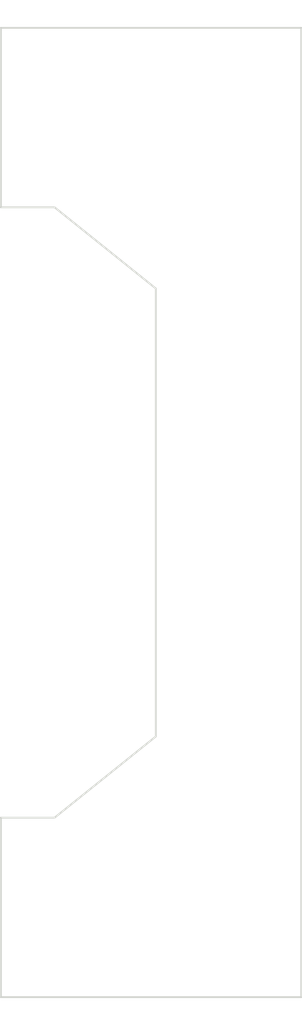
<source format=kicad_pcb>
(kicad_pcb (version 20171130) (host pcbnew "(5.1.10)-1")

  (general
    (thickness 2)
    (drawings 102)
    (tracks 0)
    (zones 0)
    (modules 2)
    (nets 1)
  )

  (page A4)
  (layers
    (0 F.Cu signal)
    (31 B.Cu signal)
    (32 B.Adhes user hide)
    (33 F.Adhes user hide)
    (34 B.Paste user hide)
    (35 F.Paste user hide)
    (36 B.SilkS user hide)
    (37 F.SilkS user hide)
    (38 B.Mask user hide)
    (39 F.Mask user hide)
    (40 Dwgs.User user hide)
    (41 Cmts.User user hide)
    (42 Eco1.User user hide)
    (43 Eco2.User user hide)
    (44 Edge.Cuts user)
    (45 Margin user)
    (46 B.CrtYd user hide)
    (47 F.CrtYd user hide)
    (48 B.Fab user hide)
    (49 F.Fab user hide)
  )

  (setup
    (last_trace_width 0.25)
    (user_trace_width 0.25)
    (user_trace_width 0.5)
    (trace_clearance 0.15)
    (zone_clearance 0.508)
    (zone_45_only no)
    (trace_min 0.1524)
    (via_size 0.8)
    (via_drill 0.35)
    (via_min_size 0.35)
    (via_min_drill 0.15)
    (uvia_size 0.25)
    (uvia_drill 0.1)
    (uvias_allowed no)
    (uvia_min_size 0.2)
    (uvia_min_drill 0.1)
    (edge_width 0.25)
    (segment_width 0.1)
    (pcb_text_width 0.2)
    (pcb_text_size 1 1)
    (mod_edge_width 0.15)
    (mod_text_size 0.5 0.5)
    (mod_text_width 0.1)
    (pad_size 1.524 1.524)
    (pad_drill 0.762)
    (pad_to_mask_clearance 0)
    (aux_axis_origin 0 0)
    (visible_elements 7FFFFFFF)
    (pcbplotparams
      (layerselection 0x010fc_ffffffff)
      (usegerberextensions false)
      (usegerberattributes true)
      (usegerberadvancedattributes true)
      (creategerberjobfile true)
      (excludeedgelayer true)
      (linewidth 0.100000)
      (plotframeref false)
      (viasonmask false)
      (mode 1)
      (useauxorigin false)
      (hpglpennumber 1)
      (hpglpenspeed 20)
      (hpglpendiameter 15.000000)
      (psnegative false)
      (psa4output false)
      (plotreference true)
      (plotvalue false)
      (plotinvisibletext false)
      (padsonsilk false)
      (subtractmaskfromsilk false)
      (outputformat 1)
      (mirror false)
      (drillshape 0)
      (scaleselection 1)
      (outputdirectory "Gerbers/"))
  )

  (net 0 "")

  (net_class Default "This is the default net class."
    (clearance 0.15)
    (trace_width 0.25)
    (via_dia 0.8)
    (via_drill 0.35)
    (uvia_dia 0.25)
    (uvia_drill 0.1)
  )

  (net_class Power ""
    (clearance 0.15)
    (trace_width 0.5)
    (via_dia 0.8)
    (via_drill 0.35)
    (uvia_dia 0.25)
    (uvia_drill 0.1)
  )

  (module MountingHole:MountingHole_3.5mm (layer F.Cu) (tedit 56D1B4CB) (tstamp 61C52692)
    (at 116.34 120.31)
    (descr "Mounting Hole 3.5mm, no annular")
    (tags "mounting hole 3.5mm no annular")
    (path /61CF49E0)
    (attr virtual)
    (fp_text reference H24 (at 0 -4.5) (layer F.SilkS) hide
      (effects (font (size 1 1) (thickness 0.15)))
    )
    (fp_text value MountingHole (at 0 4.5) (layer F.Fab)
      (effects (font (size 1 1) (thickness 0.15)))
    )
    (fp_circle (center 0 0) (end 3.75 0) (layer F.CrtYd) (width 0.05))
    (fp_circle (center 0 0) (end 3.5 0) (layer Cmts.User) (width 0.15))
    (fp_text user %R (at 0.3 0) (layer F.Fab)
      (effects (font (size 1 1) (thickness 0.15)))
    )
    (pad 1 np_thru_hole circle (at 0 0) (size 3.5 3.5) (drill 3.5) (layers *.Cu *.Mask))
  )

  (module MountingHole:MountingHole_3.5mm (layer F.Cu) (tedit 56D1B4CB) (tstamp 61C5266A)
    (at 116.33 99.32)
    (descr "Mounting Hole 3.5mm, no annular")
    (tags "mounting hole 3.5mm no annular")
    (path /61CF465D)
    (attr virtual)
    (fp_text reference H19 (at 0 -4.5) (layer F.SilkS) hide
      (effects (font (size 1 1) (thickness 0.15)))
    )
    (fp_text value MountingHole (at 0 4.5) (layer F.Fab)
      (effects (font (size 1 1) (thickness 0.15)))
    )
    (fp_circle (center 0 0) (end 3.75 0) (layer F.CrtYd) (width 0.05))
    (fp_circle (center 0 0) (end 3.5 0) (layer Cmts.User) (width 0.15))
    (fp_text user %R (at 0.3 0) (layer F.Fab)
      (effects (font (size 1 1) (thickness 0.15)))
    )
    (pad 1 np_thru_hole circle (at 0 0) (size 3.5 3.5) (drill 3.5) (layers *.Cu *.Mask))
  )

  (gr_line (start 111.953662 101.32) (end 111.953662 96.32) (layer Edge.Cuts) (width 0.05))
  (gr_line (start 111.953661 118.319997) (end 113.453661 118.319997) (layer Edge.Cuts) (width 0.05))
  (gr_line (start 116.278272 116.06031) (end 116.278272 103.579686) (layer Edge.Cuts) (width 0.05))
  (gr_line (start 116.278272 103.579686) (end 113.453662 101.32) (layer Edge.Cuts) (width 0.05))
  (gr_line (start 113.453662 101.32) (end 111.953662 101.32) (layer Edge.Cuts) (width 0.05))
  (gr_line (start 113.453661 118.319997) (end 116.278272 116.06031) (layer Edge.Cuts) (width 0.05))
  (gr_line (start 111.953662 96.32) (end 120.339999 96.32) (layer Edge.Cuts) (width 0.05))
  (gr_line (start 111.953661 123.319997) (end 111.953661 118.319997) (layer Edge.Cuts) (width 0.05))
  (gr_line (start 120.339999 123.319997) (end 111.953661 123.319997) (layer Edge.Cuts) (width 0.05))
  (gr_line (start 120.339999 96.32) (end 120.339999 123.319997) (layer Edge.Cuts) (width 0.05))
  (gr_line (start 139.449644 115.637152) (end 138.50624 115.637153) (layer Dwgs.User) (width 0.05))
  (gr_line (start 125.94964 115.637151) (end 125.006243 115.63715) (layer Dwgs.User) (width 0.05))
  (gr_line (start 109.21794 101.316781) (end 109.217939 118.316775) (layer Dwgs.User) (width 0.05))
  (gr_circle (center 125.477938 101.937152) (end 123.227943 101.937155) (layer Dwgs.User) (width 0.05))
  (gr_line (start 138.506243 120.037154) (end 139.449638 120.037152) (layer Dwgs.User) (width 0.05))
  (gr_arc (start 138.977941 101.937154) (end 139.449646 104.137152) (angle -155.7970159) (layer Dwgs.User) (width 0.05))
  (gr_line (start 111.441607 101.316778) (end 109.21794 101.316781) (layer Dwgs.User) (width 0.05))
  (gr_line (start 104.730003 176.160003) (end 69.73 176.159999) (layer Dwgs.User) (width 0.05))
  (gr_line (start 41.730001 110.16) (end 79.730002 110.160004) (layer Dwgs.User) (width 0.05))
  (gr_line (start 111.441603 118.316775) (end 111.4416 123.816776) (layer Dwgs.User) (width 0.05))
  (gr_line (start 69.73 176.159999) (end 51.729999 158.160002) (layer Dwgs.User) (width 0.05))
  (gr_line (start 51.729999 158.160002) (end 41.729995 158.16) (layer Dwgs.User) (width 0.05))
  (gr_line (start 139.449641 99.737155) (end 138.506238 99.737151) (layer Dwgs.User) (width 0.05))
  (gr_line (start 138.506244 104.137151) (end 139.449646 104.137152) (layer Dwgs.User) (width 0.05))
  (gr_arc (start 125.477942 117.837153) (end 125.006243 115.63715) (angle -155.7970159) (layer Dwgs.User) (width 0.05))
  (gr_line (start 79.730002 110.160004) (end 94.163757 85.159995) (layer Dwgs.User) (width 0.05))
  (gr_arc (start 138.977943 117.83715) (end 138.50624 115.637153) (angle -155.7970159) (layer Dwgs.User) (width 0.05))
  (gr_line (start 41.729995 158.16) (end 41.730001 110.16) (layer Dwgs.User) (width 0.05))
  (gr_arc (start 138.977941 101.937154) (end 138.506238 99.737151) (angle -155.7970159) (layer Dwgs.User) (width 0.05))
  (gr_line (start 109.217939 118.316775) (end 111.441603 118.316775) (layer Dwgs.User) (width 0.05))
  (gr_arc (start 138.977943 117.83715) (end 139.449638 120.037152) (angle -155.7970159) (layer Dwgs.User) (width 0.05))
  (gr_line (start 111.441607 85.159995) (end 111.441607 101.316778) (layer Dwgs.User) (width 0.05))
  (gr_line (start 94.163757 85.159995) (end 111.441607 85.159995) (layer Dwgs.User) (width 0.05))
  (gr_circle (center 125.477938 101.937152) (end 123.227943 101.937155) (layer Dwgs.User) (width 0.05))
  (gr_arc (start 125.477942 117.837153) (end 125.949641 120.037152) (angle -155.7970159) (layer Dwgs.User) (width 0.05))
  (gr_arc (start 138.977941 101.937154) (end 139.449646 104.137152) (angle -155.7970159) (layer Dwgs.User) (width 0.05))
  (gr_circle (center 74.73 118.159999) (end 72.979998 118.160001) (layer Dwgs.User) (width 0.05))
  (gr_line (start 159.729998 58.160001) (end 159.730001 178.159997) (layer Dwgs.User) (width 0.05))
  (gr_circle (center 99.729998 168.159999) (end 97.980001 168.159998) (layer Dwgs.User) (width 0.05))
  (gr_arc (start 125.477942 117.837153) (end 125.006243 115.63715) (angle -155.7970159) (layer Dwgs.User) (width 0.05))
  (gr_line (start 159.730001 178.159997) (end 39.73 178.160001) (layer Dwgs.User) (width 0.05))
  (gr_arc (start 138.977943 117.83715) (end 139.449638 120.037152) (angle -155.7970159) (layer Dwgs.User) (width 0.05))
  (gr_line (start 139.449644 115.637152) (end 138.50624 115.637153) (layer Dwgs.User) (width 0.05))
  (gr_line (start 127.125894 153.764106) (end 104.730003 176.160003) (layer Dwgs.User) (width 0.05))
  (gr_line (start 39.73 178.160001) (end 39.73 58.16) (layer Dwgs.User) (width 0.05))
  (gr_line (start 138.506243 120.037154) (end 139.449638 120.037152) (layer Dwgs.User) (width 0.05))
  (gr_line (start 125.006246 120.037152) (end 125.949641 120.037152) (layer Dwgs.User) (width 0.05))
  (gr_arc (start 138.977943 117.83715) (end 138.50624 115.637153) (angle -155.7970159) (layer Dwgs.User) (width 0.05))
  (gr_line (start 125.94964 115.637151) (end 125.006243 115.63715) (layer Dwgs.User) (width 0.05))
  (gr_line (start 138.506244 104.137151) (end 139.449646 104.137152) (layer Dwgs.User) (width 0.05))
  (gr_line (start 127.125888 123.816775) (end 127.125894 153.764106) (layer Dwgs.User) (width 0.05))
  (gr_line (start 111.4416 123.816776) (end 127.125888 123.816775) (layer Dwgs.User) (width 0.05))
  (gr_circle (center 49.73 118.159999) (end 47.980003 118.159998) (layer Dwgs.User) (width 0.05))
  (gr_circle (center 99.729999 93.16) (end 97.98 93.159998) (layer Dwgs.User) (width 0.05))
  (gr_circle (center 74.73 168.159999) (end 72.979998 168.159999) (layer Dwgs.User) (width 0.05))
  (gr_circle (center 110.71794 106.077185) (end 110.217942 106.077178) (layer Dwgs.User) (width 0.05))
  (gr_circle (center 113.257941 107.34718) (end 112.757943 107.347186) (layer Dwgs.User) (width 0.05))
  (gr_circle (center 116.327941 99.316777) (end 114.577944 99.316776) (layer Dwgs.User) (width 0.05))
  (gr_circle (center 113.257943 112.427187) (end 112.757939 112.427183) (layer Dwgs.User) (width 0.05))
  (gr_circle (center 110.717941 113.697181) (end 110.217943 113.697182) (layer Dwgs.User) (width 0.05))
  (gr_line (start 120.327944 123.316776) (end 120.327943 96.316778) (layer Dwgs.User) (width 0.05))
  (gr_line (start 120.327943 96.316778) (end 151.941604 96.316777) (layer Dwgs.User) (width 0.05))
  (gr_line (start 151.941605 123.316781) (end 120.327944 123.316776) (layer Dwgs.User) (width 0.05))
  (gr_line (start 125.006246 120.037152) (end 125.949641 120.037152) (layer Dwgs.User) (width 0.05))
  (gr_circle (center 116.327944 120.316772) (end 114.577944 120.316771) (layer Dwgs.User) (width 0.05))
  (gr_circle (center 110.717942 108.617177) (end 110.217941 108.617184) (layer Dwgs.User) (width 0.05))
  (gr_line (start 151.941604 96.316777) (end 151.941605 123.316781) (layer Dwgs.User) (width 0.05))
  (gr_line (start 120.327944 123.316776) (end 111.941603 123.316772) (layer Dwgs.User) (width 0.05))
  (gr_circle (center 110.717945 116.23718) (end 110.217942 116.237184) (layer Dwgs.User) (width 0.05))
  (gr_circle (center 110.717941 103.537185) (end 110.217942 103.537183) (layer Dwgs.User) (width 0.05))
  (gr_line (start 111.941606 96.316776) (end 120.327943 96.316778) (layer Dwgs.User) (width 0.05))
  (gr_arc (start 125.477942 117.837153) (end 125.949641 120.037152) (angle -155.7970159) (layer Dwgs.User) (width 0.05))
  (gr_line (start 111.941606 101.316778) (end 111.941606 96.316776) (layer Dwgs.User) (width 0.05))
  (gr_circle (center 110.717941 111.157184) (end 110.217943 111.157186) (layer Dwgs.User) (width 0.05))
  (gr_circle (center 113.257948 114.967182) (end 112.757941 114.967182) (layer Dwgs.User) (width 0.05))
  (gr_line (start 111.941607 118.316772) (end 113.441606 118.316772) (layer Dwgs.User) (width 0.05))
  (gr_circle (center 113.25794 104.807187) (end 112.757942 104.807183) (layer Dwgs.User) (width 0.05))
  (gr_line (start 116.266218 116.057087) (end 116.266217 103.576461) (layer Dwgs.User) (width 0.05))
  (gr_circle (center 113.257939 109.887183) (end 112.757943 109.887178) (layer Dwgs.User) (width 0.05))
  (gr_line (start 113.441604 101.316775) (end 111.941606 101.316778) (layer Dwgs.User) (width 0.05))
  (gr_line (start 113.441606 118.316772) (end 116.266218 116.057087) (layer Dwgs.User) (width 0.05))
  (gr_line (start 120.327943 96.316778) (end 120.327944 123.316776) (layer Dwgs.User) (width 0.05))
  (gr_line (start 111.941603 123.316772) (end 111.941607 118.316772) (layer Dwgs.User) (width 0.05))
  (gr_line (start 116.266217 103.576461) (end 113.441604 101.316775) (layer Dwgs.User) (width 0.05))
  (gr_circle (center 99.73 118.159999) (end 97.98 118.159993) (layer Dwgs.User) (width 0.05))
  (gr_arc (start 138.977941 101.937154) (end 138.506238 99.737151) (angle -155.7970159) (layer Dwgs.User) (width 0.05))
  (gr_circle (center 99.730004 143.159999) (end 97.979998 143.159999) (layer Dwgs.User) (width 0.05))
  (gr_circle (center 49.73 118.159999) (end 47.980003 118.159998) (layer Dwgs.User) (width 0.05))
  (gr_line (start 139.449641 99.737155) (end 138.506238 99.737151) (layer Dwgs.User) (width 0.05))
  (gr_circle (center 116.327944 120.316772) (end 114.577944 120.316771) (layer Dwgs.User) (width 0.05))
  (gr_circle (center 99.729998 168.159999) (end 97.980001 168.159998) (layer Dwgs.User) (width 0.05))
  (gr_circle (center 124.730001 168.159997) (end 122.979998 168.159998) (layer Dwgs.User) (width 0.05))
  (gr_circle (center 74.73 118.159999) (end 72.979998 118.160001) (layer Dwgs.User) (width 0.05))
  (gr_circle (center 74.73 168.159999) (end 72.979998 168.159999) (layer Dwgs.User) (width 0.05))
  (gr_circle (center 99.729999 93.16) (end 97.98 93.159998) (layer Dwgs.User) (width 0.05))
  (gr_circle (center 124.73 143.159997) (end 122.980001 143.159997) (layer Dwgs.User) (width 0.05))
  (gr_circle (center 49.730002 143.159994) (end 47.980001 143.160002) (layer Dwgs.User) (width 0.05))
  (gr_circle (center 49.730001 93.16) (end 47.98 93.160002) (layer Dwgs.User) (width 0.05))
  (gr_circle (center 116.327941 99.316777) (end 114.577944 99.316776) (layer Dwgs.User) (width 0.05))
  (gr_circle (center 74.730001 143.160001) (end 72.980002 143.16) (layer Dwgs.User) (width 0.05))
  (gr_circle (center 149.729999 143.159999) (end 147.979999 143.160003) (layer Dwgs.User) (width 0.05))
  (gr_circle (center 74.73 93.16) (end 72.980001 93.160002) (layer Dwgs.User) (width 0.05))

)

</source>
